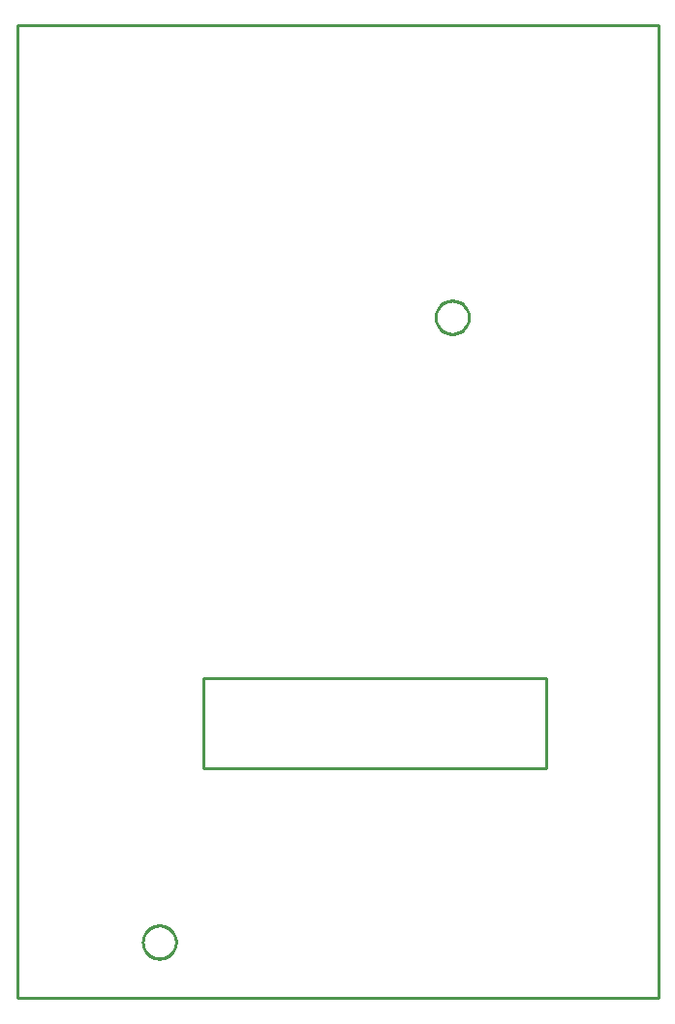
<source format=gbr>
G04 EAGLE Gerber RS-274X export*
G75*
%MOMM*%
%FSLAX34Y34*%
%LPD*%
%IN*%
%IPPOS*%
%AMOC8*
5,1,8,0,0,1.08239X$1,22.5*%
G01*
%ADD10C,0.254000*%


D10*
X0Y0D02*
X560000Y0D01*
X560000Y850000D01*
X0Y850000D01*
X0Y0D01*
X162560Y200660D02*
X462280Y200660D01*
X462280Y279400D01*
X162560Y279400D01*
X162560Y200660D01*
X365500Y594482D02*
X365574Y593449D01*
X365721Y592424D01*
X365941Y591412D01*
X366233Y590418D01*
X366595Y589448D01*
X367025Y588505D01*
X367522Y587596D01*
X368082Y586725D01*
X368703Y585896D01*
X369381Y585113D01*
X370113Y584381D01*
X370896Y583703D01*
X371725Y583082D01*
X372596Y582522D01*
X373505Y582025D01*
X374448Y581595D01*
X375418Y581233D01*
X376412Y580941D01*
X377424Y580721D01*
X378449Y580574D01*
X379482Y580500D01*
X380518Y580500D01*
X381551Y580574D01*
X382576Y580721D01*
X383588Y580941D01*
X384582Y581233D01*
X385552Y581595D01*
X386495Y582025D01*
X387404Y582522D01*
X388275Y583082D01*
X389104Y583703D01*
X389887Y584381D01*
X390619Y585113D01*
X391298Y585896D01*
X391918Y586725D01*
X392478Y587596D01*
X392975Y588505D01*
X393405Y589448D01*
X393767Y590418D01*
X394059Y591412D01*
X394279Y592424D01*
X394426Y593449D01*
X394500Y594482D01*
X394500Y595518D01*
X394426Y596551D01*
X394279Y597576D01*
X394059Y598588D01*
X393767Y599582D01*
X393405Y600552D01*
X392975Y601495D01*
X392478Y602404D01*
X391918Y603275D01*
X391298Y604104D01*
X390619Y604887D01*
X389887Y605619D01*
X389104Y606298D01*
X388275Y606918D01*
X387404Y607478D01*
X386495Y607975D01*
X385552Y608405D01*
X384582Y608767D01*
X383588Y609059D01*
X382576Y609279D01*
X381551Y609426D01*
X380518Y609500D01*
X379482Y609500D01*
X378449Y609426D01*
X377424Y609279D01*
X376412Y609059D01*
X375418Y608767D01*
X374448Y608405D01*
X373505Y607975D01*
X372596Y607478D01*
X371725Y606918D01*
X370896Y606298D01*
X370113Y605619D01*
X369381Y604887D01*
X368703Y604104D01*
X368082Y603275D01*
X367522Y602404D01*
X367025Y601495D01*
X366595Y600552D01*
X366233Y599582D01*
X365941Y598588D01*
X365721Y597576D01*
X365574Y596551D01*
X365500Y595518D01*
X365500Y594482D01*
X109500Y48482D02*
X109574Y47449D01*
X109721Y46424D01*
X109941Y45412D01*
X110233Y44418D01*
X110595Y43448D01*
X111025Y42505D01*
X111522Y41596D01*
X112082Y40725D01*
X112703Y39896D01*
X113381Y39113D01*
X114113Y38381D01*
X114896Y37703D01*
X115725Y37082D01*
X116596Y36522D01*
X117505Y36025D01*
X118448Y35595D01*
X119418Y35233D01*
X120412Y34941D01*
X121424Y34721D01*
X122449Y34574D01*
X123482Y34500D01*
X124518Y34500D01*
X125551Y34574D01*
X126576Y34721D01*
X127588Y34941D01*
X128582Y35233D01*
X129552Y35595D01*
X130495Y36025D01*
X131404Y36522D01*
X132275Y37082D01*
X133104Y37703D01*
X133887Y38381D01*
X134619Y39113D01*
X135298Y39896D01*
X135918Y40725D01*
X136478Y41596D01*
X136975Y42505D01*
X137405Y43448D01*
X137767Y44418D01*
X138059Y45412D01*
X138279Y46424D01*
X138426Y47449D01*
X138500Y48482D01*
X138500Y49518D01*
X138426Y50551D01*
X138279Y51576D01*
X138059Y52588D01*
X137767Y53582D01*
X137405Y54552D01*
X136975Y55495D01*
X136478Y56404D01*
X135918Y57275D01*
X135298Y58104D01*
X134619Y58887D01*
X133887Y59619D01*
X133104Y60298D01*
X132275Y60918D01*
X131404Y61478D01*
X130495Y61975D01*
X129552Y62405D01*
X128582Y62767D01*
X127588Y63059D01*
X126576Y63279D01*
X125551Y63426D01*
X124518Y63500D01*
X123482Y63500D01*
X122449Y63426D01*
X121424Y63279D01*
X120412Y63059D01*
X119418Y62767D01*
X118448Y62405D01*
X117505Y61975D01*
X116596Y61478D01*
X115725Y60918D01*
X114896Y60298D01*
X114113Y59619D01*
X113381Y58887D01*
X112703Y58104D01*
X112082Y57275D01*
X111522Y56404D01*
X111025Y55495D01*
X110595Y54552D01*
X110233Y53582D01*
X109941Y52588D01*
X109721Y51576D01*
X109574Y50551D01*
X109500Y49518D01*
X109500Y48482D01*
M02*

</source>
